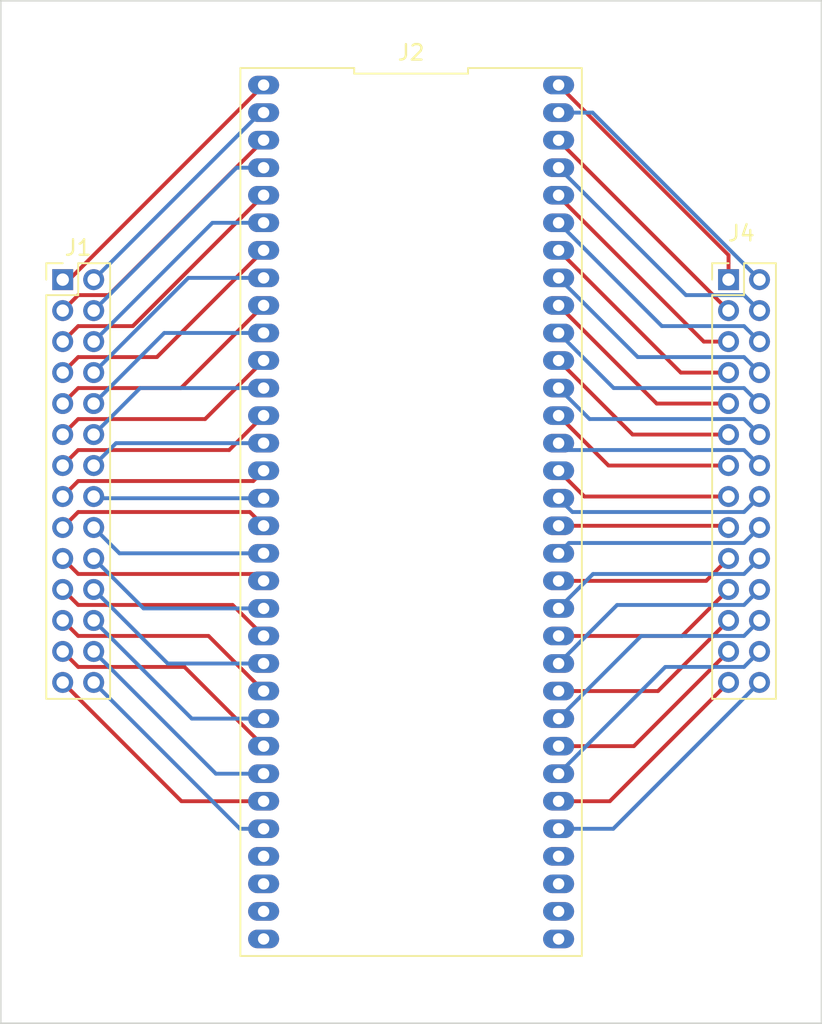
<source format=kicad_pcb>
(kicad_pcb (version 20211014) (generator pcbnew)
  (layers (0 "F.Cu" signal) (31 "B.Cu" signal) (34 "B.Paste" user) (35 "F.Paste" user) (36 "B.SilkS" user "B.Silkscreen") (37 "F.SilkS" user "F.Silkscreen") (38 "B.Mask" user) (39 "F.Mask" user) (44 "Edge.Cuts" user))
  (net 0 "")
  (net 1 "/L1")
  (net 2 "/L2")
  (net 3 "/L3")
  (net 4 "/L4")
  (net 5 "/L5")
  (net 6 "/L6")
  (net 7 "/L7")
  (net 8 "/L8")
  (net 9 "/L9")
  (net 10 "/L10")
  (net 11 "/L11")
  (net 12 "/L12")
  (net 13 "/L13")
  (net 14 "/L14")
  (net 15 "/L15")
  (net 16 "/L16")
  (net 17 "/L17")
  (net 18 "/L18")
  (net 19 "/L19")
  (net 20 "/L20")
  (net 21 "/L21")
  (net 22 "/L22")
  (net 23 "/L23")
  (net 24 "/L24")
  (net 25 "/L25")
  (net 26 "/L26")
  (net 27 "/L27")
  (net 28 "/L28")
  (net 33 "/R1")
  (net 34 "/R2")
  (net 35 "/R3")
  (net 36 "/R4")
  (net 37 "/R5")
  (net 38 "/R6")
  (net 39 "/R7")
  (net 40 "/R8")
  (net 41 "/R9")
  (net 42 "/R10")
  (net 43 "/R11")
  (net 44 "/R12")
  (net 45 "/R13")
  (net 46 "/R14")
  (net 47 "/R15")
  (net 48 "/R16")
  (net 49 "/R17")
  (net 50 "/R18")
  (net 51 "/R19")
  (net 52 "/R20")
  (net 53 "/R21")
  (net 54 "/R22")
  (net 55 "/R23")
  (net 56 "/R24")
  (net 57 "/R25")
  (net 58 "/R26")
  (net 59 "/R27")
  (net 60 "/R28")
  (footprint "Connector_Pin:DIP-64_750_ELL" (layer "F.Cu") (at 122.5 95)
    (fp_text reference "J2" (at 0 -29.659) (layer "F.SilkS"))
    (fp_text value "Conn_02x32_Counter_Clockwise" hide)
    (fp_line (start 3.675 -28.299) (end -3.674999 -28.299) (layer "F.SilkS") (width 0.12))
    (fp_line (start -3.674999 -28.299) (end -3.674999 -28.659) (layer "F.SilkS") (width 0.12))
    (fp_line (start 11.025 -28.659) (end 3.675 -28.659) (layer "F.SilkS") (width 0.12))
    (fp_line (start -3.674999 -28.659) (end -11.024999 -28.659) (layer "F.SilkS") (width 0.12))
    (fp_line (start -11.025 28.659) (end 11.024999 28.659) (layer "F.SilkS") (width 0.12))
    (fp_line (start 3.675 -28.659) (end 3.675 -28.299) (layer "F.SilkS") (width 0.12))
    (fp_line (start -11.024999 -28.659) (end -11.025 28.659) (layer "F.SilkS") (width 0.12))
    (fp_line (start 11.024999 28.659) (end 11.025 -28.659) (layer "F.SilkS") (width 0.12))
    (pad "1" thru_hole oval (at -9.525 -27.559 270) (size 1.2 2) (drill 0.7366) (layers *.Cu *.Mask) (net 1 "/L1"))
    (pad "2" thru_hole oval (at -9.525 -25.781 270) (size 1.2 2) (drill 0.7366) (layers *.Cu *.Mask) (net 2 "/L2"))
    (pad "3" thru_hole oval (at -9.525 -24.003 270) (size 1.2 2) (drill 0.7366) (layers *.Cu *.Mask) (net 3 "/L3"))
    (pad "4" thru_hole oval (at -9.525 -22.225 270) (size 1.2 2) (drill 0.7366) (layers *.Cu *.Mask) (net 4 "/L4"))
    (pad "5" thru_hole oval (at -9.525 -20.447 270) (size 1.2 2) (drill 0.7366) (layers *.Cu *.Mask) (net 5 "/L5"))
    (pad "6" thru_hole oval (at -9.525 -18.669 270) (size 1.2 2) (drill 0.7366) (layers *.Cu *.Mask) (net 6 "/L6"))
    (pad "7" thru_hole oval (at -9.525 -16.891 270) (size 1.2 2) (drill 0.7366) (layers *.Cu *.Mask) (net 7 "/L7"))
    (pad "8" thru_hole oval (at -9.525 -15.113 270) (size 1.2 2) (drill 0.7366) (layers *.Cu *.Mask) (net 8 "/L8"))
    (pad "9" thru_hole oval (at -9.525 -13.335 270) (size 1.2 2) (drill 0.7366) (layers *.Cu *.Mask) (net 9 "/L9"))
    (pad "10" thru_hole oval (at -9.525 -11.557 270) (size 1.2 2) (drill 0.7366) (layers *.Cu *.Mask) (net 10 "/L10"))
    (pad "11" thru_hole oval (at -9.525 -9.779 270) (size 1.2 2) (drill 0.7366) (layers *.Cu *.Mask) (net 11 "/L11"))
    (pad "12" thru_hole oval (at -9.525 -8.001 270) (size 1.2 2) (drill 0.7366) (layers *.Cu *.Mask) (net 12 "/L12"))
    (pad "13" thru_hole oval (at -9.525 -6.223 270) (size 1.2 2) (drill 0.7366) (layers *.Cu *.Mask) (net 13 "/L13"))
    (pad "14" thru_hole oval (at -9.525 -4.445 270) (size 1.2 2) (drill 0.7366) (layers *.Cu *.Mask) (net 14 "/L14"))
    (pad "15" thru_hole oval (at -9.525 -2.667 270) (size 1.2 2) (drill 0.7366) (layers *.Cu *.Mask) (net 15 "/L15"))
    (pad "16" thru_hole oval (at -9.525 -0.889 270) (size 1.2 2) (drill 0.7366) (layers *.Cu *.Mask) (net 16 "/L16"))
    (pad "17" thru_hole oval (at -9.525 0.889 270) (size 1.2 2) (drill 0.7366) (layers *.Cu *.Mask) (net 17 "/L17"))
    (pad "18" thru_hole oval (at -9.525 2.667 270) (size 1.2 2) (drill 0.7366) (layers *.Cu *.Mask) (net 18 "/L18"))
    (pad "19" thru_hole oval (at -9.525 4.445 270) (size 1.2 2) (drill 0.7366) (layers *.Cu *.Mask) (net 19 "/L19"))
    (pad "20" thru_hole oval (at -9.525 6.223 270) (size 1.2 2) (drill 0.7366) (layers *.Cu *.Mask) (net 20 "/L20"))
    (pad "21" thru_hole oval (at -9.525 8.001 270) (size 1.2 2) (drill 0.7366) (layers *.Cu *.Mask) (net 21 "/L21"))
    (pad "22" thru_hole oval (at -9.525 9.779 270) (size 1.2 2) (drill 0.7366) (layers *.Cu *.Mask) (net 22 "/L22"))
    (pad "23" thru_hole oval (at -9.525 11.557 270) (size 1.2 2) (drill 0.7366) (layers *.Cu *.Mask) (net 23 "/L23"))
    (pad "24" thru_hole oval (at -9.525 13.335 270) (size 1.2 2) (drill 0.7366) (layers *.Cu *.Mask) (net 24 "/L24"))
    (pad "25" thru_hole oval (at -9.525 15.113 270) (size 1.2 2) (drill 0.7366) (layers *.Cu *.Mask) (net 25 "/L25"))
    (pad "26" thru_hole oval (at -9.525 16.891 270) (size 1.2 2) (drill 0.7366) (layers *.Cu *.Mask) (net 26 "/L26"))
    (pad "27" thru_hole oval (at -9.525 18.669 270) (size 1.2 2) (drill 0.7366) (layers *.Cu *.Mask) (net 27 "/L27"))
    (pad "28" thru_hole oval (at -9.525 20.447 270) (size 1.2 2) (drill 0.7366) (layers *.Cu *.Mask) (net 28 "/L28"))
    (pad "29" thru_hole oval (at -9.525 22.225 270) (size 1.2 2) (drill 0.7366) (layers *.Cu *.Mask))
    (pad "30" thru_hole oval (at -9.525 24.003 270) (size 1.2 2) (drill 0.7366) (layers *.Cu *.Mask))
    (pad "31" thru_hole oval (at -9.525 25.781 270) (size 1.2 2) (drill 0.7366) (layers *.Cu *.Mask))
    (pad "32" thru_hole oval (at -9.525 27.559 270) (size 1.2 2) (drill 0.7366) (layers *.Cu *.Mask))
    (pad "33" thru_hole oval (at 9.525 27.559 270) (size 1.2 2) (drill 0.7366) (layers *.Cu *.Mask))
    (pad "34" thru_hole oval (at 9.525 25.781 270) (size 1.2 2) (drill 0.7366) (layers *.Cu *.Mask))
    (pad "35" thru_hole oval (at 9.525 24.003 270) (size 1.2 2) (drill 0.7366) (layers *.Cu *.Mask))
    (pad "36" thru_hole oval (at 9.525 22.225 270) (size 1.2 2) (drill 0.7366) (layers *.Cu *.Mask))
    (pad "37" thru_hole oval (at 9.525 20.447 270) (size 1.2 2) (drill 0.7366) (layers *.Cu *.Mask) (net 60 "/R28"))
    (pad "38" thru_hole oval (at 9.525 18.669 270) (size 1.2 2) (drill 0.7366) (layers *.Cu *.Mask) (net 59 "/R27"))
    (pad "39" thru_hole oval (at 9.525 16.891 270) (size 1.2 2) (drill 0.7366) (layers *.Cu *.Mask) (net 58 "/R26"))
    (pad "40" thru_hole oval (at 9.525 15.113 270) (size 1.2 2) (drill 0.7366) (layers *.Cu *.Mask) (net 57 "/R25"))
    (pad "41" thru_hole oval (at 9.525 13.335 270) (size 1.2 2) (drill 0.7366) (layers *.Cu *.Mask) (net 56 "/R24"))
    (pad "42" thru_hole oval (at 9.525 11.557 270) (size 1.2 2) (drill 0.7366) (layers *.Cu *.Mask) (net 55 "/R23"))
    (pad "43" thru_hole oval (at 9.525 9.779 270) (size 1.2 2) (drill 0.7366) (layers *.Cu *.Mask) (net 54 "/R22"))
    (pad "44" thru_hole oval (at 9.525 8.001 270) (size 1.2 2) (drill 0.7366) (layers *.Cu *.Mask) (net 53 "/R21"))
    (pad "45" thru_hole oval (at 9.525 6.223 270) (size 1.2 2) (drill 0.7366) (layers *.Cu *.Mask) (net 52 "/R20"))
    (pad "46" thru_hole oval (at 9.525 4.445 270) (size 1.2 2) (drill 0.7366) (layers *.Cu *.Mask) (net 51 "/R19"))
    (pad "47" thru_hole oval (at 9.525 2.667 270) (size 1.2 2) (drill 0.7366) (layers *.Cu *.Mask) (net 50 "/R18"))
    (pad "48" thru_hole oval (at 9.525 0.889 270) (size 1.2 2) (drill 0.7366) (layers *.Cu *.Mask) (net 49 "/R17"))
    (pad "49" thru_hole oval (at 9.525 -0.889 270) (size 1.2 2) (drill 0.7366) (layers *.Cu *.Mask) (net 48 "/R16"))
    (pad "50" thru_hole oval (at 9.525 -2.667 270) (size 1.2 2) (drill 0.7366) (layers *.Cu *.Mask) (net 47 "/R15"))
    (pad "51" thru_hole oval (at 9.525 -4.445 270) (size 1.2 2) (drill 0.7366) (layers *.Cu *.Mask) (net 46 "/R14"))
    (pad "52" thru_hole oval (at 9.525 -6.223 270) (size 1.2 2) (drill 0.7366) (layers *.Cu *.Mask) (net 45 "/R13"))
    (pad "53" thru_hole oval (at 9.525 -8.001 270) (size 1.2 2) (drill 0.7366) (layers *.Cu *.Mask) (net 44 "/R12"))
    (pad "54" thru_hole oval (at 9.525 -9.779 270) (size 1.2 2) (drill 0.7366) (layers *.Cu *.Mask) (net 43 "/R11"))
    (pad "55" thru_hole oval (at 9.525 -11.557 270) (size 1.2 2) (drill 0.7366) (layers *.Cu *.Mask) (net 42 "/R10"))
    (pad "56" thru_hole oval (at 9.525 -13.335 270) (size 1.2 2) (drill 0.7366) (layers *.Cu *.Mask) (net 41 "/R9"))
    (pad "57" thru_hole oval (at 9.525 -15.113 270) (size 1.2 2) (drill 0.7366) (layers *.Cu *.Mask) (net 40 "/R8"))
    (pad "58" thru_hole oval (at 9.525 -16.891 270) (size 1.2 2) (drill 0.7366) (layers *.Cu *.Mask) (net 39 "/R7"))
    (pad "59" thru_hole oval (at 9.525 -18.669 270) (size 1.2 2) (drill 0.7366) (layers *.Cu *.Mask) (net 38 "/R6"))
    (pad "60" thru_hole oval (at 9.525 -20.447 270) (size 1.2 2) (drill 0.7366) (layers *.Cu *.Mask) (net 37 "/R5"))
    (pad "61" thru_hole oval (at 9.525 -22.225 270) (size 1.2 2) (drill 0.7366) (layers *.Cu *.Mask) (net 36 "/R4"))
    (pad "62" thru_hole oval (at 9.525 -24.003 270) (size 1.2 2) (drill 0.7366) (layers *.Cu *.Mask) (net 35 "/R3"))
    (pad "63" thru_hole oval (at 9.525 -25.781 270) (size 1.2 2) (drill 0.7366) (layers *.Cu *.Mask) (net 34 "/R2"))
    (pad "64" thru_hole oval (at 9.525 -27.559 270) (size 1.2 2) (drill 0.7366) (layers *.Cu *.Mask) (net 33 "/R1"))
  )
  (footprint "Connector_PinHeader_2.00mm:PinHeader_2x14_P2.00mm_Vertical" (layer "F.Cu") (at 100 80)
    (fp_text reference "J1" (at 1 -2.06) (layer "F.SilkS"))
    (fp_text value "EC56-L-02x14" hide)
    (fp_line (start -1.06 0) (end -1.06 -1.06) (layer "F.SilkS") (width 0.12))
    (fp_line (start 3.06 -1.06) (end 3.06 27.06) (layer "F.SilkS") (width 0.12))
    (fp_line (start 1 1) (end 1 -1.06) (layer "F.SilkS") (width 0.12))
    (fp_line (start -1.06 27.06) (end 3.06 27.06) (layer "F.SilkS") (width 0.12))
    (fp_line (start -1.06 1) (end 1 1) (layer "F.SilkS") (width 0.12))
    (fp_line (start 1 -1.06) (end 3.06 -1.06) (layer "F.SilkS") (width 0.12))
    (fp_line (start -1.06 -1.06) (end 0 -1.06) (layer "F.SilkS") (width 0.12))
    (fp_line (start -1.06 1) (end -1.06 27.06) (layer "F.SilkS") (width 0.12))
    (pad "1" thru_hole rect locked (at 0 0) (size 1.35 1.35) (drill 0.8) (layers *.Cu *.Mask) (net 1 "/L1"))
    (pad "2" thru_hole oval locked (at 2 0) (size 1.35 1.35) (drill 0.8) (layers *.Cu *.Mask) (net 2 "/L2"))
    (pad "3" thru_hole oval locked (at 0 2) (size 1.35 1.35) (drill 0.8) (layers *.Cu *.Mask) (net 3 "/L3"))
    (pad "4" thru_hole oval locked (at 2 2) (size 1.35 1.35) (drill 0.8) (layers *.Cu *.Mask) (net 4 "/L4"))
    (pad "5" thru_hole oval locked (at 0 4) (size 1.35 1.35) (drill 0.8) (layers *.Cu *.Mask) (net 5 "/L5"))
    (pad "6" thru_hole oval locked (at 2 4) (size 1.35 1.35) (drill 0.8) (layers *.Cu *.Mask) (net 6 "/L6"))
    (pad "7" thru_hole oval locked (at 0 6) (size 1.35 1.35) (drill 0.8) (layers *.Cu *.Mask) (net 7 "/L7"))
    (pad "8" thru_hole oval locked (at 2 6) (size 1.35 1.35) (drill 0.8) (layers *.Cu *.Mask) (net 8 "/L8"))
    (pad "9" thru_hole oval locked (at 0 8) (size 1.35 1.35) (drill 0.8) (layers *.Cu *.Mask) (net 9 "/L9"))
    (pad "10" thru_hole oval locked (at 2 8) (size 1.35 1.35) (drill 0.8) (layers *.Cu *.Mask) (net 10 "/L10"))
    (pad "11" thru_hole oval locked (at 0 10) (size 1.35 1.35) (drill 0.8) (layers *.Cu *.Mask) (net 11 "/L11"))
    (pad "12" thru_hole oval locked (at 2 10) (size 1.35 1.35) (drill 0.8) (layers *.Cu *.Mask) (net 12 "/L12"))
    (pad "13" thru_hole oval locked (at 0 12) (size 1.35 1.35) (drill 0.8) (layers *.Cu *.Mask) (net 13 "/L13"))
    (pad "14" thru_hole oval locked (at 2 12) (size 1.35 1.35) (drill 0.8) (layers *.Cu *.Mask) (net 14 "/L14"))
    (pad "15" thru_hole oval locked (at 0 14) (size 1.35 1.35) (drill 0.8) (layers *.Cu *.Mask) (net 15 "/L15"))
    (pad "16" thru_hole oval locked (at 2 14) (size 1.35 1.35) (drill 0.8) (layers *.Cu *.Mask) (net 16 "/L16"))
    (pad "17" thru_hole oval locked (at 0 16) (size 1.35 1.35) (drill 0.8) (layers *.Cu *.Mask) (net 17 "/L17"))
    (pad "18" thru_hole oval locked (at 2 16) (size 1.35 1.35) (drill 0.8) (layers *.Cu *.Mask) (net 18 "/L18"))
    (pad "19" thru_hole oval locked (at 0 18) (size 1.35 1.35) (drill 0.8) (layers *.Cu *.Mask) (net 19 "/L19"))
    (pad "20" thru_hole oval locked (at 2 18) (size 1.35 1.35) (drill 0.8) (layers *.Cu *.Mask) (net 20 "/L20"))
    (pad "21" thru_hole oval locked (at 0 20) (size 1.35 1.35) (drill 0.8) (layers *.Cu *.Mask) (net 21 "/L21"))
    (pad "22" thru_hole oval locked (at 2 20) (size 1.35 1.35) (drill 0.8) (layers *.Cu *.Mask) (net 22 "/L22"))
    (pad "23" thru_hole oval locked (at 0 22) (size 1.35 1.35) (drill 0.8) (layers *.Cu *.Mask) (net 23 "/L23"))
    (pad "24" thru_hole oval locked (at 2 22) (size 1.35 1.35) (drill 0.8) (layers *.Cu *.Mask) (net 24 "/L24"))
    (pad "25" thru_hole oval locked (at 0 24) (size 1.35 1.35) (drill 0.8) (layers *.Cu *.Mask) (net 25 "/L25"))
    (pad "26" thru_hole oval locked (at 2 24) (size 1.35 1.35) (drill 0.8) (layers *.Cu *.Mask) (net 26 "/L26"))
    (pad "27" thru_hole oval locked (at 0 26) (size 1.35 1.35) (drill 0.8) (layers *.Cu *.Mask) (net 27 "/L27"))
    (pad "28" thru_hole oval locked (at 2 26) (size 1.35 1.35) (drill 0.8) (layers *.Cu *.Mask) (net 28 "/L28"))
  )
  (footprint "Connector_PinHeader_2.00mm:PinHeader_2x14_P2.00mm_Vertical" (layer "F.Cu") (at 143 80)
    (fp_text reference "J4" (at 0.83 -2.99) (layer "F.SilkS"))
    (fp_text value "EC56-R-02x14" hide)
    (fp_line (start -1.06 -1.06) (end 0 -1.06) (layer "F.SilkS") (width 0.12))
    (fp_line (start 1 -1.06) (end 3.06 -1.06) (layer "F.SilkS") (width 0.12))
    (fp_line (start 3.06 -1.06) (end 3.06 27.06) (layer "F.SilkS") (width 0.12))
    (fp_line (start -1.06 0) (end -1.06 -1.06) (layer "F.SilkS") (width 0.12))
    (fp_line (start -1.06 1) (end -1.06 27.06) (layer "F.SilkS") (width 0.12))
    (fp_line (start -1.06 27.06) (end 3.06 27.06) (layer "F.SilkS") (width 0.12))
    (fp_line (start 1 1) (end 1 -1.06) (layer "F.SilkS") (width 0.12))
    (fp_line (start -1.06 1) (end 1 1) (layer "F.SilkS") (width 0.12))
    (pad "1" thru_hole rect locked (at 0 0) (size 1.35 1.35) (drill 0.8) (layers *.Cu *.Mask) (net 33 "/R1"))
    (pad "2" thru_hole oval locked (at 2 0) (size 1.35 1.35) (drill 0.8) (layers *.Cu *.Mask) (net 34 "/R2"))
    (pad "3" thru_hole oval locked (at 0 2) (size 1.35 1.35) (drill 0.8) (layers *.Cu *.Mask) (net 35 "/R3"))
    (pad "4" thru_hole oval locked (at 2 2) (size 1.35 1.35) (drill 0.8) (layers *.Cu *.Mask) (net 36 "/R4"))
    (pad "5" thru_hole oval locked (at 0 4) (size 1.35 1.35) (drill 0.8) (layers *.Cu *.Mask) (net 37 "/R5"))
    (pad "6" thru_hole oval locked (at 2 4) (size 1.35 1.35) (drill 0.8) (layers *.Cu *.Mask) (net 38 "/R6"))
    (pad "7" thru_hole oval locked (at 0 6) (size 1.35 1.35) (drill 0.8) (layers *.Cu *.Mask) (net 39 "/R7"))
    (pad "8" thru_hole oval locked (at 2 6) (size 1.35 1.35) (drill 0.8) (layers *.Cu *.Mask) (net 40 "/R8"))
    (pad "9" thru_hole oval locked (at 0 8) (size 1.35 1.35) (drill 0.8) (layers *.Cu *.Mask) (net 41 "/R9"))
    (pad "10" thru_hole oval locked (at 2 8) (size 1.35 1.35) (drill 0.8) (layers *.Cu *.Mask) (net 42 "/R10"))
    (pad "11" thru_hole oval locked (at 0 10) (size 1.35 1.35) (drill 0.8) (layers *.Cu *.Mask) (net 43 "/R11"))
    (pad "12" thru_hole oval locked (at 2 10) (size 1.35 1.35) (drill 0.8) (layers *.Cu *.Mask) (net 44 "/R12"))
    (pad "13" thru_hole oval locked (at 0 12) (size 1.35 1.35) (drill 0.8) (layers *.Cu *.Mask) (net 45 "/R13"))
    (pad "14" thru_hole oval locked (at 2 12) (size 1.35 1.35) (drill 0.8) (layers *.Cu *.Mask) (net 46 "/R14"))
    (pad "15" thru_hole oval locked (at 0 14) (size 1.35 1.35) (drill 0.8) (layers *.Cu *.Mask) (net 47 "/R15"))
    (pad "16" thru_hole oval locked (at 2 14) (size 1.35 1.35) (drill 0.8) (layers *.Cu *.Mask) (net 48 "/R16"))
    (pad "17" thru_hole oval locked (at 0 16) (size 1.35 1.35) (drill 0.8) (layers *.Cu *.Mask) (net 49 "/R17"))
    (pad "18" thru_hole oval locked (at 2 16) (size 1.35 1.35) (drill 0.8) (layers *.Cu *.Mask) (net 50 "/R18"))
    (pad "19" thru_hole oval locked (at 0 18) (size 1.35 1.35) (drill 0.8) (layers *.Cu *.Mask) (net 51 "/R19"))
    (pad "20" thru_hole oval locked (at 2 18) (size 1.35 1.35) (drill 0.8) (layers *.Cu *.Mask) (net 52 "/R20"))
    (pad "21" thru_hole oval locked (at 0 20) (size 1.35 1.35) (drill 0.8) (layers *.Cu *.Mask) (net 53 "/R21"))
    (pad "22" thru_hole oval locked (at 2 20) (size 1.35 1.35) (drill 0.8) (layers *.Cu *.Mask) (net 54 "/R22"))
    (pad "23" thru_hole oval locked (at 0 22) (size 1.35 1.35) (drill 0.8) (layers *.Cu *.Mask) (net 55 "/R23"))
    (pad "24" thru_hole oval locked (at 2 22) (size 1.35 1.35) (drill 0.8) (layers *.Cu *.Mask) (net 56 "/R24"))
    (pad "25" thru_hole oval locked (at 0 24) (size 1.35 1.35) (drill 0.8) (layers *.Cu *.Mask) (net 57 "/R25"))
    (pad "26" thru_hole oval locked (at 2 24) (size 1.35 1.35) (drill 0.8) (layers *.Cu *.Mask) (net 58 "/R26"))
    (pad "27" thru_hole oval locked (at 0 26) (size 1.35 1.35) (drill 0.8) (layers *.Cu *.Mask) (net 59 "/R27"))
    (pad "28" thru_hole oval locked (at 2 26) (size 1.35 1.35) (drill 0.8) (layers *.Cu *.Mask) (net 60 "/R28"))
  )
  (gr_line (start 149 62) (end 149 128) (layer "Edge.Cuts") (width 0.1))
  (gr_line (start 96 128) (end 149 128) (layer "Edge.Cuts") (width 0.1))
  (gr_line (start 149 62) (end 96 62) (layer "Edge.Cuts") (width 0.1))
  (gr_line (start 96 62) (end 96 128) (layer "Edge.Cuts") (width 0.1))
  (segment (start 100 80) (end 100.416 80) (width 0.25) (layer "F.Cu") (net 1))
  (segment (start 100.416 80) (end 112.975 67.441) (width 0.25) (layer "F.Cu") (net 1))
  (segment (start 102 80) (end 112.781 69.219) (width 0.25) (layer "B.Cu") (net 2))
  (segment (start 112.781 69.219) (end 112.975 69.219) (width 0.25) (layer "B.Cu") (net 2))
  (segment (start 100 82) (end 101.000489 80.999511) (width 0.25) (layer "F.Cu") (net 3))
  (segment (start 102.972489 80.999511) (end 112.975 70.997) (width 0.25) (layer "F.Cu") (net 3))
  (segment (start 101.000489 80.999511) (end 102.972489 80.999511) (width 0.25) (layer "F.Cu") (net 3))
  (segment (start 112.975 72.775) (end 111.225 72.775) (width 0.25) (layer "B.Cu") (net 4))
  (segment (start 111.225 72.775) (end 102 82) (width 0.25) (layer "B.Cu") (net 4))
  (segment (start 100 84) (end 100.999511 83.000489) (width 0.25) (layer "F.Cu") (net 5))
  (segment (start 100.999511 83.000489) (end 104.527511 83.000489) (width 0.25) (layer "F.Cu") (net 5))
  (segment (start 104.527511 83.000489) (end 112.975 74.553) (width 0.25) (layer "F.Cu") (net 5))
  (segment (start 112.975 76.331) (end 109.669 76.331) (width 0.25) (layer "B.Cu") (net 6))
  (segment (start 109.669 76.331) (end 102 84) (width 0.25) (layer "B.Cu") (net 6))
  (segment (start 106.084489 84.999511) (end 112.975 78.109) (width 0.25) (layer "F.Cu") (net 7))
  (segment (start 100 86) (end 101.000489 84.999511) (width 0.25) (layer "F.Cu") (net 7))
  (segment (start 101.000489 84.999511) (end 106.084489 84.999511) (width 0.25) (layer "F.Cu") (net 7))
  (segment (start 112.975 79.887) (end 108.113 79.887) (width 0.25) (layer "B.Cu") (net 8))
  (segment (start 108.113 79.887) (end 102 86) (width 0.25) (layer "B.Cu") (net 8))
  (segment (start 107.640489 86.999511) (end 112.975 81.665) (width 0.25) (layer "F.Cu") (net 9))
  (segment (start 100 88) (end 101.000489 86.999511) (width 0.25) (layer "F.Cu") (net 9))
  (segment (start 101.000489 86.999511) (end 107.640489 86.999511) (width 0.25) (layer "F.Cu") (net 9))
  (segment (start 112.975 83.443) (end 106.557 83.443) (width 0.25) (layer "B.Cu") (net 10))
  (segment (start 106.557 83.443) (end 102 88) (width 0.25) (layer "B.Cu") (net 10))
  (segment (start 109.195511 89.000489) (end 112.975 85.221) (width 0.25) (layer "F.Cu") (net 11))
  (segment (start 100.999511 89.000489) (end 109.195511 89.000489) (width 0.25) (layer "F.Cu") (net 11))
  (segment (start 100 90) (end 100.999511 89.000489) (width 0.25) (layer "F.Cu") (net 11))
  (segment (start 112.975 86.999) (end 105.001 86.999) (width 0.25) (layer "B.Cu") (net 12))
  (segment (start 105.001 86.999) (end 102 90) (width 0.25) (layer "B.Cu") (net 12))
  (segment (start 100 92) (end 99.87 92) (width 0.25) (layer "F.Cu") (net 13))
  (segment (start 110.751511 91.000489) (end 112.975 88.777) (width 0.25) (layer "F.Cu") (net 13))
  (segment (start 99.87 92) (end 99.67 92.2) (width 0.25) (layer "F.Cu") (net 13))
  (segment (start 100.999511 91.000489) (end 110.751511 91.000489) (width 0.25) (layer "F.Cu") (net 13))
  (segment (start 100 92) (end 100.999511 91.000489) (width 0.25) (layer "F.Cu") (net 13))
  (segment (start 103.445 90.555) (end 102 92) (width 0.25) (layer "B.Cu") (net 14))
  (segment (start 112.975 90.555) (end 103.445 90.555) (width 0.25) (layer "B.Cu") (net 14))
  (segment (start 100 94) (end 100.999511 93.000489) (width 0.25) (layer "F.Cu") (net 15))
  (segment (start 100.999511 93.000489) (end 112.307511 93.000489) (width 0.25) (layer "F.Cu") (net 15))
  (segment (start 112.307511 93.000489) (end 112.975 92.333) (width 0.25) (layer "F.Cu") (net 15))
  (segment (start 112.975 94.111) (end 102.111 94.111) (width 0.25) (layer "B.Cu") (net 16))
  (segment (start 102.111 94.111) (end 102 94) (width 0.25) (layer "B.Cu") (net 16))
  (segment (start 112.086489 95.000489) (end 112.975 95.889) (width 0.25) (layer "F.Cu") (net 17))
  (segment (start 100.999511 95.000489) (end 112.086489 95.000489) (width 0.25) (layer "F.Cu") (net 17))
  (segment (start 100 96) (end 100.999511 95.000489) (width 0.25) (layer "F.Cu") (net 17))
  (segment (start 103.667 97.667) (end 102 96) (width 0.25) (layer "B.Cu") (net 18))
  (segment (start 112.975 97.667) (end 103.667 97.667) (width 0.25) (layer "B.Cu") (net 18))
  (segment (start 101.000489 99.000489) (end 112.530489 99.000489) (width 0.25) (layer "F.Cu") (net 19))
  (segment (start 112.530489 99.000489) (end 112.975 99.445) (width 0.25) (layer "F.Cu") (net 19))
  (segment (start 100 98) (end 101.000489 99.000489) (width 0.25) (layer "F.Cu") (net 19))
  (segment (start 112.975 101.223) (end 105.223 101.223) (width 0.25) (layer "B.Cu") (net 20))
  (segment (start 105.223 101.223) (end 102 98) (width 0.25) (layer "B.Cu") (net 20))
  (segment (start 100.999511 100.999511) (end 110.973511 100.999511) (width 0.25) (layer "F.Cu") (net 21))
  (segment (start 110.973511 100.999511) (end 112.975 103.001) (width 0.25) (layer "F.Cu") (net 21))
  (segment (start 100 100) (end 100.999511 100.999511) (width 0.25) (layer "F.Cu") (net 21))
  (segment (start 112.975 104.779) (end 106.779 104.779) (width 0.25) (layer "B.Cu") (net 22))
  (segment (start 106.779 104.779) (end 102 100) (width 0.25) (layer "B.Cu") (net 22))
  (segment (start 100 102) (end 100.999511 102.999511) (width 0.25) (layer "F.Cu") (net 23))
  (segment (start 109.417511 102.999511) (end 112.975 106.557) (width 0.25) (layer "F.Cu") (net 23))
  (segment (start 100.999511 102.999511) (end 109.417511 102.999511) (width 0.25) (layer "F.Cu") (net 23))
  (segment (start 112.975 108.335) (end 108.335 108.335) (width 0.25) (layer "B.Cu") (net 24))
  (segment (start 108.335 108.335) (end 102 102) (width 0.25) (layer "B.Cu") (net 24))
  (segment (start 107.862489 105.000489) (end 112.975 110.113) (width 0.25) (layer "F.Cu") (net 25))
  (segment (start 100 104) (end 101.000489 105.000489) (width 0.25) (layer "F.Cu") (net 25))
  (segment (start 101.000489 105.000489) (end 107.862489 105.000489) (width 0.25) (layer "F.Cu") (net 25))
  (segment (start 112.975 111.891) (end 109.891 111.891) (width 0.25) (layer "B.Cu") (net 26))
  (segment (start 109.891 111.891) (end 102 104) (width 0.25) (layer "B.Cu") (net 26))
  (segment (start 112.975 113.669) (end 107.669 113.669) (width 0.25) (layer "F.Cu") (net 27))
  (segment (start 107.669 113.669) (end 100 106) (width 0.25) (layer "F.Cu") (net 27))
  (segment (start 112.975 115.447) (end 111.447 115.447) (width 0.25) (layer "B.Cu") (net 28))
  (segment (start 111.447 115.447) (end 102 106) (width 0.25) (layer "B.Cu") (net 28))
  (segment (start 143 78.416) (end 143 80) (width 0.25) (layer "F.Cu") (net 33))
  (segment (start 132.025 67.441) (end 143 78.416) (width 0.25) (layer "F.Cu") (net 33))
  (segment (start 132.025 69.219) (end 134.219 69.219) (width 0.25) (layer "B.Cu") (net 34))
  (segment (start 134.219 69.219) (end 145 80) (width 0.25) (layer "B.Cu") (net 34))
  (segment (start 132.025 71.025) (end 143 82) (width 0.25) (layer "F.Cu") (net 35))
  (segment (start 132.025 70.997) (end 132.025 71.025) (width 0.25) (layer "F.Cu") (net 35))
  (segment (start 140.249511 80.999511) (end 143.999511 80.999511) (width 0.25) (layer "B.Cu") (net 36))
  (segment (start 132.025 72.775) (end 140.249511 80.999511) (width 0.25) (layer "B.Cu") (net 36))
  (segment (start 143.999511 80.999511) (end 145 82) (width 0.25) (layer "B.Cu") (net 36))
  (segment (start 132.025 74.553) (end 132.025 74.623532) (width 0.25) (layer "F.Cu") (net 37))
  (segment (start 132.025 74.623532) (end 141.401468 84) (width 0.25) (layer "F.Cu") (net 37))
  (segment (start 141.401468 84) (end 143 84) (width 0.25) (layer "F.Cu") (net 37))
  (segment (start 138.693511 82.999511) (end 143.999511 82.999511) (width 0.25) (layer "B.Cu") (net 38))
  (segment (start 132.025 76.331) (end 138.693511 82.999511) (width 0.25) (layer "B.Cu") (net 38))
  (segment (start 143.999511 82.999511) (end 145 84) (width 0.25) (layer "B.Cu") (net 38))
  (segment (start 139.916 86) (end 143 86) (width 0.25) (layer "F.Cu") (net 39))
  (segment (start 132.025 78.109) (end 139.916 86) (width 0.25) (layer "F.Cu") (net 39))
  (segment (start 137.137511 84.999511) (end 143.999511 84.999511) (width 0.25) (layer "B.Cu") (net 40))
  (segment (start 132.025 79.887) (end 137.137511 84.999511) (width 0.25) (layer "B.Cu") (net 40))
  (segment (start 143.999511 84.999511) (end 145 86) (width 0.25) (layer "B.Cu") (net 40))
  (segment (start 132.025 81.665) (end 138.36 88) (width 0.25) (layer "F.Cu") (net 41))
  (segment (start 138.36 88) (end 143 88) (width 0.25) (layer "F.Cu") (net 41))
  (segment (start 143.999511 86.999511) (end 145 88) (width 0.25) (layer "B.Cu") (net 42))
  (segment (start 135.581511 86.999511) (end 143.999511 86.999511) (width 0.25) (layer "B.Cu") (net 42))
  (segment (start 132.025 83.443) (end 135.581511 86.999511) (width 0.25) (layer "B.Cu") (net 42))
  (segment (start 132.025 85.221) (end 136.804 90) (width 0.25) (layer "F.Cu") (net 43))
  (segment (start 136.804 90) (end 143 90) (width 0.25) (layer "F.Cu") (net 43))
  (segment (start 132.025 86.999) (end 134.025511 88.999511) (width 0.25) (layer "B.Cu") (net 44))
  (segment (start 143.999511 88.999511) (end 145 90) (width 0.25) (layer "B.Cu") (net 44))
  (segment (start 134.025511 88.999511) (end 143.999511 88.999511) (width 0.25) (layer "B.Cu") (net 44))
  (segment (start 135.248 92) (end 143 92) (width 0.25) (layer "F.Cu") (net 45))
  (segment (start 132.025 88.777) (end 135.248 92) (width 0.25) (layer "F.Cu") (net 45))
  (segment (start 132.025 90.555) (end 132.469511 90.999511) (width 0.25) (layer "B.Cu") (net 46))
  (segment (start 143.999511 90.999511) (end 145 92) (width 0.25) (layer "B.Cu") (net 46))
  (segment (start 132.469511 90.999511) (end 143.999511 90.999511) (width 0.25) (layer "B.Cu") (net 46))
  (segment (start 132.025 92.333) (end 133.692 94) (width 0.25) (layer "F.Cu") (net 47))
  (segment (start 133.692 94) (end 143 94) (width 0.25) (layer "F.Cu") (net 47))
  (segment (start 132.025 94.111) (end 132.913511 94.999511) (width 0.25) (layer "B.Cu") (net 48))
  (segment (start 132.913511 94.999511) (end 144.000489 94.999511) (width 0.25) (layer "B.Cu") (net 48))
  (segment (start 144.000489 94.999511) (end 145 94) (width 0.25) (layer "B.Cu") (net 48))
  (segment (start 142.889 95.889) (end 143 96) (width 0.25) (layer "F.Cu") (net 49))
  (segment (start 132.025 95.889) (end 142.889 95.889) (width 0.25) (layer "F.Cu") (net 49))
  (segment (start 144.000489 96.999511) (end 145 96) (width 0.25) (layer "B.Cu") (net 50))
  (segment (start 132.692489 96.999511) (end 144.000489 96.999511) (width 0.25) (layer "B.Cu") (net 50))
  (segment (start 132.025 97.667) (end 132.692489 96.999511) (width 0.25) (layer "B.Cu") (net 50))
  (segment (start 141.555 99.445) (end 143 98) (width 0.25) (layer "F.Cu") (net 51))
  (segment (start 132.025 99.445) (end 141.555 99.445) (width 0.25) (layer "F.Cu") (net 51))
  (segment (start 134.247511 99.000489) (end 143.999511 99.000489) (width 0.25) (layer "B.Cu") (net 52))
  (segment (start 143.999511 99.000489) (end 145 98) (width 0.25) (layer "B.Cu") (net 52))
  (segment (start 132.025 101.223) (end 134.247511 99.000489) (width 0.25) (layer "B.Cu") (net 52))
  (segment (start 139.999 103.001) (end 143 100) (width 0.25) (layer "F.Cu") (net 53))
  (segment (start 132.025 103.001) (end 139.999 103.001) (width 0.25) (layer "F.Cu") (net 53))
  (segment (start 143.999511 101.000489) (end 145 100) (width 0.25) (layer "B.Cu") (net 54))
  (segment (start 135.803511 101.000489) (end 143.999511 101.000489) (width 0.25) (layer "B.Cu") (net 54))
  (segment (start 132.025 104.779) (end 135.803511 101.000489) (width 0.25) (layer "B.Cu") (net 54))
  (segment (start 132.025 106.557) (end 138.443 106.557) (width 0.25) (layer "F.Cu") (net 55))
  (segment (start 138.443 106.557) (end 143 102) (width 0.25) (layer "F.Cu") (net 55))
  (segment (start 132.025 108.335) (end 137.359511 103.000489) (width 0.25) (layer "B.Cu") (net 56))
  (segment (start 143.999511 103.000489) (end 145 102) (width 0.25) (layer "B.Cu") (net 56))
  (segment (start 137.359511 103.000489) (end 143.999511 103.000489) (width 0.25) (layer "B.Cu") (net 56))
  (segment (start 136.887 110.113) (end 143 104) (width 0.25) (layer "F.Cu") (net 57))
  (segment (start 132.025 110.113) (end 136.887 110.113) (width 0.25) (layer "F.Cu") (net 57))
  (segment (start 132.025 111.891) (end 138.916489 104.999511) (width 0.25) (layer "B.Cu") (net 58))
  (segment (start 138.916489 104.999511) (end 144.000489 104.999511) (width 0.25) (layer "B.Cu") (net 58))
  (segment (start 144.000489 104.999511) (end 145 104) (width 0.25) (layer "B.Cu") (net 58))
  (segment (start 132.025 113.669) (end 135.331 113.669) (width 0.25) (layer "F.Cu") (net 59))
  (segment (start 135.331 113.669) (end 143 106) (width 0.25) (layer "F.Cu") (net 59))
  (segment (start 135.553 115.447) (end 145 106) (width 0.25) (layer "B.Cu") (net 60))
  (segment (start 132.025 115.447) (end 135.553 115.447) (width 0.25) (layer "B.Cu") (net 60))
)
</source>
